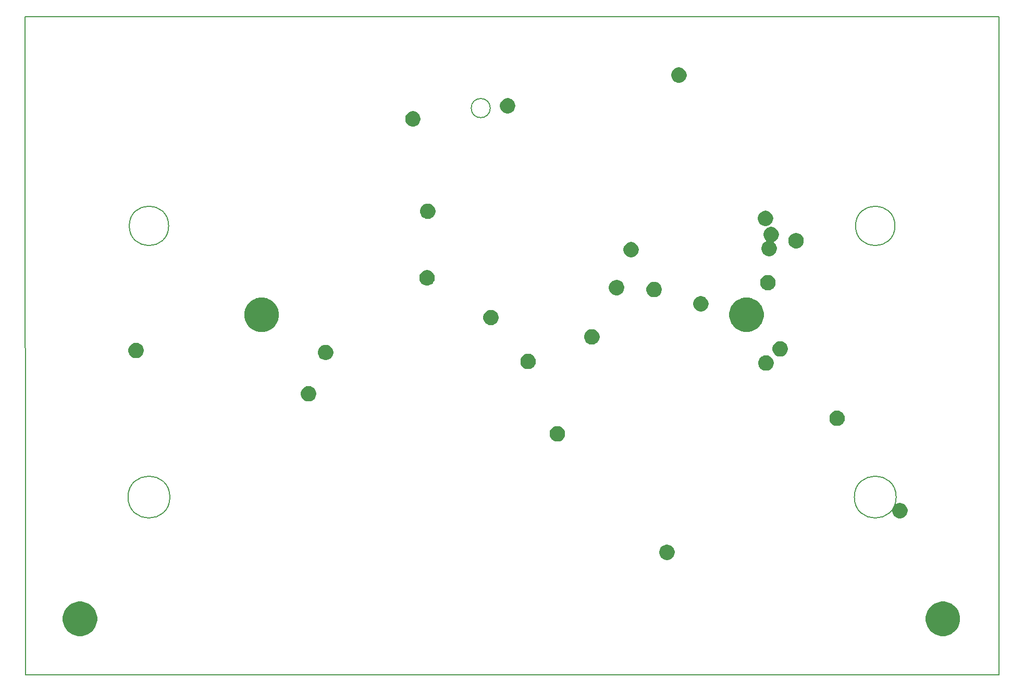
<source format=gts>
G04 #@! TF.GenerationSoftware,KiCad,Pcbnew,(5.1.5)-3*
G04 #@! TF.CreationDate,2020-04-28T11:43:09+02:00*
G04 #@! TF.ProjectId,carecasetesterpogo,63617265-6361-4736-9574-657374657270,rev?*
G04 #@! TF.SameCoordinates,Original*
G04 #@! TF.FileFunction,Soldermask,Top*
G04 #@! TF.FilePolarity,Negative*
%FSLAX46Y46*%
G04 Gerber Fmt 4.6, Leading zero omitted, Abs format (unit mm)*
G04 Created by KiCad (PCBNEW (5.1.5)-3) date 2020-04-28 11:43:09*
%MOMM*%
%LPD*%
G04 APERTURE LIST*
%ADD10C,0.200000*%
%ADD11C,0.150000*%
G04 APERTURE END LIST*
D10*
X235310000Y-63480000D02*
X235290000Y-170410000D01*
X77070000Y-63480000D02*
X235310000Y-63480000D01*
X77150000Y-170400000D02*
X77070000Y-63480000D01*
X77150000Y-170400000D02*
X235290000Y-170410000D01*
X152660000Y-78311679D02*
G75*
G03X152660000Y-78311679I-1550000J0D01*
G01*
X100610000Y-141520000D02*
G75*
G03X100610000Y-141520000I-3400000J0D01*
G01*
X218610000Y-141520000D02*
G75*
G03X218610000Y-141520000I-3400000J0D01*
G01*
X218410000Y-97450000D02*
G75*
G03X218410000Y-97450000I-3200000J0D01*
G01*
X100410000Y-97450000D02*
G75*
G03X100410000Y-97450000I-3200000J0D01*
G01*
D11*
G36*
X227017021Y-158606640D02*
G01*
X227526769Y-158817785D01*
X227526771Y-158817786D01*
X227985534Y-159124321D01*
X228375679Y-159514466D01*
X228682214Y-159973229D01*
X228682215Y-159973231D01*
X228893360Y-160482979D01*
X229001000Y-161024124D01*
X229001000Y-161575876D01*
X228893360Y-162117021D01*
X228682215Y-162626769D01*
X228682214Y-162626771D01*
X228375679Y-163085534D01*
X227985534Y-163475679D01*
X227526771Y-163782214D01*
X227526770Y-163782215D01*
X227526769Y-163782215D01*
X227017021Y-163993360D01*
X226475876Y-164101000D01*
X225924124Y-164101000D01*
X225382979Y-163993360D01*
X224873231Y-163782215D01*
X224873230Y-163782215D01*
X224873229Y-163782214D01*
X224414466Y-163475679D01*
X224024321Y-163085534D01*
X223717786Y-162626771D01*
X223717785Y-162626769D01*
X223506640Y-162117021D01*
X223399000Y-161575876D01*
X223399000Y-161024124D01*
X223506640Y-160482979D01*
X223717785Y-159973231D01*
X223717786Y-159973229D01*
X224024321Y-159514466D01*
X224414466Y-159124321D01*
X224873229Y-158817786D01*
X224873231Y-158817785D01*
X225382979Y-158606640D01*
X225924124Y-158499000D01*
X226475876Y-158499000D01*
X227017021Y-158606640D01*
G37*
G36*
X86817021Y-158606640D02*
G01*
X87326769Y-158817785D01*
X87326771Y-158817786D01*
X87785534Y-159124321D01*
X88175679Y-159514466D01*
X88482214Y-159973229D01*
X88482215Y-159973231D01*
X88693360Y-160482979D01*
X88801000Y-161024124D01*
X88801000Y-161575876D01*
X88693360Y-162117021D01*
X88482215Y-162626769D01*
X88482214Y-162626771D01*
X88175679Y-163085534D01*
X87785534Y-163475679D01*
X87326771Y-163782214D01*
X87326770Y-163782215D01*
X87326769Y-163782215D01*
X86817021Y-163993360D01*
X86275876Y-164101000D01*
X85724124Y-164101000D01*
X85182979Y-163993360D01*
X84673231Y-163782215D01*
X84673230Y-163782215D01*
X84673229Y-163782214D01*
X84214466Y-163475679D01*
X83824321Y-163085534D01*
X83517786Y-162626771D01*
X83517785Y-162626769D01*
X83306640Y-162117021D01*
X83199000Y-161575876D01*
X83199000Y-161024124D01*
X83306640Y-160482979D01*
X83517785Y-159973231D01*
X83517786Y-159973229D01*
X83824321Y-159514466D01*
X84214466Y-159124321D01*
X84673229Y-158817786D01*
X84673231Y-158817785D01*
X85182979Y-158606640D01*
X85724124Y-158499000D01*
X86275876Y-158499000D01*
X86817021Y-158606640D01*
G37*
G36*
X181734610Y-149288036D02*
G01*
X181962095Y-149382264D01*
X181962097Y-149382265D01*
X182166828Y-149519062D01*
X182340938Y-149693172D01*
X182477736Y-149897905D01*
X182571964Y-150125390D01*
X182620000Y-150366884D01*
X182620000Y-150613116D01*
X182571964Y-150854610D01*
X182477736Y-151082095D01*
X182477735Y-151082097D01*
X182340938Y-151286828D01*
X182166828Y-151460938D01*
X181962097Y-151597735D01*
X181962096Y-151597736D01*
X181962095Y-151597736D01*
X181734610Y-151691964D01*
X181493116Y-151740000D01*
X181246884Y-151740000D01*
X181005390Y-151691964D01*
X180777905Y-151597736D01*
X180777904Y-151597736D01*
X180777903Y-151597735D01*
X180573172Y-151460938D01*
X180399062Y-151286828D01*
X180262265Y-151082097D01*
X180262264Y-151082095D01*
X180168036Y-150854610D01*
X180120000Y-150613116D01*
X180120000Y-150366884D01*
X180168036Y-150125390D01*
X180262264Y-149897905D01*
X180399062Y-149693172D01*
X180573172Y-149519062D01*
X180777903Y-149382265D01*
X180777905Y-149382264D01*
X181005390Y-149288036D01*
X181246884Y-149240000D01*
X181493116Y-149240000D01*
X181734610Y-149288036D01*
G37*
G36*
X219574610Y-142518036D02*
G01*
X219802095Y-142612264D01*
X219802097Y-142612265D01*
X220006828Y-142749062D01*
X220180938Y-142923172D01*
X220317736Y-143127905D01*
X220411964Y-143355390D01*
X220460000Y-143596884D01*
X220460000Y-143843116D01*
X220411964Y-144084610D01*
X220317736Y-144312095D01*
X220317735Y-144312097D01*
X220180938Y-144516828D01*
X220006828Y-144690938D01*
X219802097Y-144827735D01*
X219802096Y-144827736D01*
X219802095Y-144827736D01*
X219574610Y-144921964D01*
X219333116Y-144970000D01*
X219086884Y-144970000D01*
X218845390Y-144921964D01*
X218617905Y-144827736D01*
X218617904Y-144827736D01*
X218617903Y-144827735D01*
X218413172Y-144690938D01*
X218239062Y-144516828D01*
X218102265Y-144312097D01*
X218102264Y-144312095D01*
X218008036Y-144084610D01*
X217960000Y-143843116D01*
X217960000Y-143596884D01*
X218008036Y-143355390D01*
X218102264Y-143127905D01*
X218239062Y-142923172D01*
X218413172Y-142749062D01*
X218617903Y-142612265D01*
X218617905Y-142612264D01*
X218845390Y-142518036D01*
X219086884Y-142470000D01*
X219333116Y-142470000D01*
X219574610Y-142518036D01*
G37*
G36*
X163924610Y-130028036D02*
G01*
X164152095Y-130122264D01*
X164152097Y-130122265D01*
X164356828Y-130259062D01*
X164530938Y-130433172D01*
X164667736Y-130637905D01*
X164761964Y-130865390D01*
X164810000Y-131106884D01*
X164810000Y-131353116D01*
X164761964Y-131594610D01*
X164667736Y-131822095D01*
X164667735Y-131822097D01*
X164530938Y-132026828D01*
X164356828Y-132200938D01*
X164152097Y-132337735D01*
X164152096Y-132337736D01*
X164152095Y-132337736D01*
X163924610Y-132431964D01*
X163683116Y-132480000D01*
X163436884Y-132480000D01*
X163195390Y-132431964D01*
X162967905Y-132337736D01*
X162967904Y-132337736D01*
X162967903Y-132337735D01*
X162763172Y-132200938D01*
X162589062Y-132026828D01*
X162452265Y-131822097D01*
X162452264Y-131822095D01*
X162358036Y-131594610D01*
X162310000Y-131353116D01*
X162310000Y-131106884D01*
X162358036Y-130865390D01*
X162452264Y-130637905D01*
X162589062Y-130433172D01*
X162763172Y-130259062D01*
X162967903Y-130122265D01*
X162967905Y-130122264D01*
X163195390Y-130028036D01*
X163436884Y-129980000D01*
X163683116Y-129980000D01*
X163924610Y-130028036D01*
G37*
G36*
X209374610Y-127508036D02*
G01*
X209602095Y-127602264D01*
X209602097Y-127602265D01*
X209806828Y-127739062D01*
X209980938Y-127913172D01*
X210117736Y-128117905D01*
X210211964Y-128345390D01*
X210260000Y-128586884D01*
X210260000Y-128833116D01*
X210211964Y-129074610D01*
X210117736Y-129302095D01*
X210117735Y-129302097D01*
X209980938Y-129506828D01*
X209806828Y-129680938D01*
X209602097Y-129817735D01*
X209602096Y-129817736D01*
X209602095Y-129817736D01*
X209374610Y-129911964D01*
X209133116Y-129960000D01*
X208886884Y-129960000D01*
X208645390Y-129911964D01*
X208417905Y-129817736D01*
X208417904Y-129817736D01*
X208417903Y-129817735D01*
X208213172Y-129680938D01*
X208039062Y-129506828D01*
X207902265Y-129302097D01*
X207902264Y-129302095D01*
X207808036Y-129074610D01*
X207760000Y-128833116D01*
X207760000Y-128586884D01*
X207808036Y-128345390D01*
X207902264Y-128117905D01*
X208039062Y-127913172D01*
X208213172Y-127739062D01*
X208417903Y-127602265D01*
X208417905Y-127602264D01*
X208645390Y-127508036D01*
X208886884Y-127460000D01*
X209133116Y-127460000D01*
X209374610Y-127508036D01*
G37*
G36*
X123504610Y-123528036D02*
G01*
X123732095Y-123622264D01*
X123732097Y-123622265D01*
X123936828Y-123759062D01*
X124110938Y-123933172D01*
X124247736Y-124137905D01*
X124341964Y-124365390D01*
X124390000Y-124606884D01*
X124390000Y-124853116D01*
X124341964Y-125094610D01*
X124247736Y-125322095D01*
X124247735Y-125322097D01*
X124110938Y-125526828D01*
X123936828Y-125700938D01*
X123732097Y-125837735D01*
X123732096Y-125837736D01*
X123732095Y-125837736D01*
X123504610Y-125931964D01*
X123263116Y-125980000D01*
X123016884Y-125980000D01*
X122775390Y-125931964D01*
X122547905Y-125837736D01*
X122547904Y-125837736D01*
X122547903Y-125837735D01*
X122343172Y-125700938D01*
X122169062Y-125526828D01*
X122032265Y-125322097D01*
X122032264Y-125322095D01*
X121938036Y-125094610D01*
X121890000Y-124853116D01*
X121890000Y-124606884D01*
X121938036Y-124365390D01*
X122032264Y-124137905D01*
X122169062Y-123933172D01*
X122343172Y-123759062D01*
X122547903Y-123622265D01*
X122547905Y-123622264D01*
X122775390Y-123528036D01*
X123016884Y-123480000D01*
X123263116Y-123480000D01*
X123504610Y-123528036D01*
G37*
G36*
X197814610Y-118528036D02*
G01*
X198042095Y-118622264D01*
X198042097Y-118622265D01*
X198128503Y-118680000D01*
X198246828Y-118759062D01*
X198420938Y-118933172D01*
X198557736Y-119137905D01*
X198651964Y-119365390D01*
X198700000Y-119606884D01*
X198700000Y-119853116D01*
X198651964Y-120094610D01*
X198580628Y-120266828D01*
X198557735Y-120322097D01*
X198420938Y-120526828D01*
X198246828Y-120700938D01*
X198042097Y-120837735D01*
X198042096Y-120837736D01*
X198042095Y-120837736D01*
X197814610Y-120931964D01*
X197573116Y-120980000D01*
X197326884Y-120980000D01*
X197085390Y-120931964D01*
X196857905Y-120837736D01*
X196857904Y-120837736D01*
X196857903Y-120837735D01*
X196653172Y-120700938D01*
X196479062Y-120526828D01*
X196342265Y-120322097D01*
X196319372Y-120266828D01*
X196248036Y-120094610D01*
X196200000Y-119853116D01*
X196200000Y-119606884D01*
X196248036Y-119365390D01*
X196342264Y-119137905D01*
X196479062Y-118933172D01*
X196653172Y-118759062D01*
X196771497Y-118680000D01*
X196857903Y-118622265D01*
X196857905Y-118622264D01*
X197085390Y-118528036D01*
X197326884Y-118480000D01*
X197573116Y-118480000D01*
X197814610Y-118528036D01*
G37*
G36*
X159174610Y-118268036D02*
G01*
X159402095Y-118362264D01*
X159402097Y-118362265D01*
X159420574Y-118374611D01*
X159606828Y-118499062D01*
X159780938Y-118673172D01*
X159917736Y-118877905D01*
X160011964Y-119105390D01*
X160060000Y-119346884D01*
X160060000Y-119593116D01*
X160011964Y-119834610D01*
X159917736Y-120062095D01*
X159917735Y-120062097D01*
X159780938Y-120266828D01*
X159606828Y-120440938D01*
X159402097Y-120577735D01*
X159402096Y-120577736D01*
X159402095Y-120577736D01*
X159174610Y-120671964D01*
X158933116Y-120720000D01*
X158686884Y-120720000D01*
X158445390Y-120671964D01*
X158217905Y-120577736D01*
X158217904Y-120577736D01*
X158217903Y-120577735D01*
X158013172Y-120440938D01*
X157839062Y-120266828D01*
X157702265Y-120062097D01*
X157702264Y-120062095D01*
X157608036Y-119834610D01*
X157560000Y-119593116D01*
X157560000Y-119346884D01*
X157608036Y-119105390D01*
X157702264Y-118877905D01*
X157839062Y-118673172D01*
X158013172Y-118499062D01*
X158199426Y-118374611D01*
X158217903Y-118362265D01*
X158217905Y-118362264D01*
X158445390Y-118268036D01*
X158686884Y-118220000D01*
X158933116Y-118220000D01*
X159174610Y-118268036D01*
G37*
G36*
X126274610Y-116808036D02*
G01*
X126502095Y-116902264D01*
X126502097Y-116902265D01*
X126706828Y-117039062D01*
X126880938Y-117213172D01*
X126962602Y-117335390D01*
X127017736Y-117417905D01*
X127111964Y-117645390D01*
X127160000Y-117886884D01*
X127160000Y-118133116D01*
X127111964Y-118374610D01*
X127017736Y-118602095D01*
X127017735Y-118602097D01*
X126880938Y-118806828D01*
X126706828Y-118980938D01*
X126502097Y-119117735D01*
X126502096Y-119117736D01*
X126502095Y-119117736D01*
X126274610Y-119211964D01*
X126033116Y-119260000D01*
X125786884Y-119260000D01*
X125545390Y-119211964D01*
X125317905Y-119117736D01*
X125317904Y-119117736D01*
X125317903Y-119117735D01*
X125113172Y-118980938D01*
X124939062Y-118806828D01*
X124802265Y-118602097D01*
X124802264Y-118602095D01*
X124708036Y-118374610D01*
X124660000Y-118133116D01*
X124660000Y-117886884D01*
X124708036Y-117645390D01*
X124802264Y-117417905D01*
X124857399Y-117335390D01*
X124939062Y-117213172D01*
X125113172Y-117039062D01*
X125317903Y-116902265D01*
X125317905Y-116902264D01*
X125545390Y-116808036D01*
X125786884Y-116760000D01*
X126033116Y-116760000D01*
X126274610Y-116808036D01*
G37*
G36*
X95474610Y-116498036D02*
G01*
X95702095Y-116592264D01*
X95702097Y-116592265D01*
X95906828Y-116729062D01*
X96080938Y-116903172D01*
X96189329Y-117065390D01*
X96217736Y-117107905D01*
X96311964Y-117335390D01*
X96360000Y-117576884D01*
X96360000Y-117823116D01*
X96311964Y-118064610D01*
X96227701Y-118268037D01*
X96217735Y-118292097D01*
X96080938Y-118496828D01*
X95906828Y-118670938D01*
X95702097Y-118807735D01*
X95702096Y-118807736D01*
X95702095Y-118807736D01*
X95474610Y-118901964D01*
X95233116Y-118950000D01*
X94986884Y-118950000D01*
X94745390Y-118901964D01*
X94517905Y-118807736D01*
X94517904Y-118807736D01*
X94517903Y-118807735D01*
X94313172Y-118670938D01*
X94139062Y-118496828D01*
X94002265Y-118292097D01*
X93992299Y-118268037D01*
X93908036Y-118064610D01*
X93860000Y-117823116D01*
X93860000Y-117576884D01*
X93908036Y-117335390D01*
X94002264Y-117107905D01*
X94030672Y-117065390D01*
X94139062Y-116903172D01*
X94313172Y-116729062D01*
X94517903Y-116592265D01*
X94517905Y-116592264D01*
X94745390Y-116498036D01*
X94986884Y-116450000D01*
X95233116Y-116450000D01*
X95474610Y-116498036D01*
G37*
G36*
X200124610Y-116228036D02*
G01*
X200352095Y-116322264D01*
X200352097Y-116322265D01*
X200543266Y-116450000D01*
X200556828Y-116459062D01*
X200730938Y-116633172D01*
X200867736Y-116837905D01*
X200961964Y-117065390D01*
X201010000Y-117306884D01*
X201010000Y-117553116D01*
X200961964Y-117794610D01*
X200867736Y-118022095D01*
X200867735Y-118022097D01*
X200730938Y-118226828D01*
X200556828Y-118400938D01*
X200352097Y-118537735D01*
X200352096Y-118537736D01*
X200352095Y-118537736D01*
X200124610Y-118631964D01*
X199883116Y-118680000D01*
X199636884Y-118680000D01*
X199395390Y-118631964D01*
X199167905Y-118537736D01*
X199167904Y-118537736D01*
X199167903Y-118537735D01*
X198963172Y-118400938D01*
X198789062Y-118226828D01*
X198652265Y-118022097D01*
X198652264Y-118022095D01*
X198558036Y-117794610D01*
X198510000Y-117553116D01*
X198510000Y-117306884D01*
X198558036Y-117065390D01*
X198652264Y-116837905D01*
X198789062Y-116633172D01*
X198963172Y-116459062D01*
X198976734Y-116450000D01*
X199167903Y-116322265D01*
X199167905Y-116322264D01*
X199395390Y-116228036D01*
X199636884Y-116180000D01*
X199883116Y-116180000D01*
X200124610Y-116228036D01*
G37*
G36*
X169534610Y-114278036D02*
G01*
X169762095Y-114372264D01*
X169762097Y-114372265D01*
X169776988Y-114382215D01*
X169966828Y-114509062D01*
X170140938Y-114683172D01*
X170277736Y-114887905D01*
X170371964Y-115115390D01*
X170420000Y-115356884D01*
X170420000Y-115603116D01*
X170371964Y-115844610D01*
X170277736Y-116072095D01*
X170277735Y-116072097D01*
X170140938Y-116276828D01*
X169966828Y-116450938D01*
X169762097Y-116587735D01*
X169762096Y-116587736D01*
X169762095Y-116587736D01*
X169534610Y-116681964D01*
X169293116Y-116730000D01*
X169046884Y-116730000D01*
X168805390Y-116681964D01*
X168577905Y-116587736D01*
X168577904Y-116587736D01*
X168577903Y-116587735D01*
X168373172Y-116450938D01*
X168199062Y-116276828D01*
X168062265Y-116072097D01*
X168062264Y-116072095D01*
X167968036Y-115844610D01*
X167920000Y-115603116D01*
X167920000Y-115356884D01*
X167968036Y-115115390D01*
X168062264Y-114887905D01*
X168199062Y-114683172D01*
X168373172Y-114509062D01*
X168563012Y-114382215D01*
X168577903Y-114372265D01*
X168577905Y-114372264D01*
X168805390Y-114278036D01*
X169046884Y-114230000D01*
X169293116Y-114230000D01*
X169534610Y-114278036D01*
G37*
G36*
X116317021Y-109206640D02*
G01*
X116574211Y-109313172D01*
X116826771Y-109417786D01*
X117285534Y-109724321D01*
X117675679Y-110114466D01*
X117982214Y-110573229D01*
X117982215Y-110573231D01*
X118193360Y-111082979D01*
X118301000Y-111624124D01*
X118301000Y-112175876D01*
X118193360Y-112717021D01*
X118104273Y-112932095D01*
X117982214Y-113226771D01*
X117675679Y-113685534D01*
X117285534Y-114075679D01*
X116826771Y-114382214D01*
X116826770Y-114382215D01*
X116826769Y-114382215D01*
X116317021Y-114593360D01*
X115775876Y-114701000D01*
X115224124Y-114701000D01*
X114682979Y-114593360D01*
X114173231Y-114382215D01*
X114173230Y-114382215D01*
X114173229Y-114382214D01*
X113714466Y-114075679D01*
X113324321Y-113685534D01*
X113017786Y-113226771D01*
X112895727Y-112932095D01*
X112806640Y-112717021D01*
X112699000Y-112175876D01*
X112699000Y-111624124D01*
X112806640Y-111082979D01*
X113017785Y-110573231D01*
X113017786Y-110573229D01*
X113324321Y-110114466D01*
X113714466Y-109724321D01*
X114173229Y-109417786D01*
X114425789Y-109313172D01*
X114682979Y-109206640D01*
X115224124Y-109099000D01*
X115775876Y-109099000D01*
X116317021Y-109206640D01*
G37*
G36*
X195117021Y-109206640D02*
G01*
X195374211Y-109313172D01*
X195626771Y-109417786D01*
X196085534Y-109724321D01*
X196475679Y-110114466D01*
X196782214Y-110573229D01*
X196782215Y-110573231D01*
X196993360Y-111082979D01*
X197101000Y-111624124D01*
X197101000Y-112175876D01*
X196993360Y-112717021D01*
X196904273Y-112932095D01*
X196782214Y-113226771D01*
X196475679Y-113685534D01*
X196085534Y-114075679D01*
X195626771Y-114382214D01*
X195626770Y-114382215D01*
X195626769Y-114382215D01*
X195117021Y-114593360D01*
X194575876Y-114701000D01*
X194024124Y-114701000D01*
X193482979Y-114593360D01*
X192973231Y-114382215D01*
X192973230Y-114382215D01*
X192973229Y-114382214D01*
X192514466Y-114075679D01*
X192124321Y-113685534D01*
X191817786Y-113226771D01*
X191695727Y-112932095D01*
X191606640Y-112717021D01*
X191499000Y-112175876D01*
X191499000Y-111624124D01*
X191606640Y-111082979D01*
X191817785Y-110573231D01*
X191817786Y-110573229D01*
X192124321Y-110114466D01*
X192514466Y-109724321D01*
X192973229Y-109417786D01*
X193225789Y-109313172D01*
X193482979Y-109206640D01*
X194024124Y-109099000D01*
X194575876Y-109099000D01*
X195117021Y-109206640D01*
G37*
G36*
X153134610Y-111138036D02*
G01*
X153362095Y-111232264D01*
X153362097Y-111232265D01*
X153481373Y-111311963D01*
X153566828Y-111369062D01*
X153740938Y-111543172D01*
X153877736Y-111747905D01*
X153971964Y-111975390D01*
X154020000Y-112216884D01*
X154020000Y-112463116D01*
X153971964Y-112704610D01*
X153877736Y-112932095D01*
X153877735Y-112932097D01*
X153740938Y-113136828D01*
X153566828Y-113310938D01*
X153362097Y-113447735D01*
X153362096Y-113447736D01*
X153362095Y-113447736D01*
X153134610Y-113541964D01*
X152893116Y-113590000D01*
X152646884Y-113590000D01*
X152405390Y-113541964D01*
X152177905Y-113447736D01*
X152177904Y-113447736D01*
X152177903Y-113447735D01*
X151973172Y-113310938D01*
X151799062Y-113136828D01*
X151662265Y-112932097D01*
X151662264Y-112932095D01*
X151568036Y-112704610D01*
X151520000Y-112463116D01*
X151520000Y-112216884D01*
X151568036Y-111975390D01*
X151662264Y-111747905D01*
X151799062Y-111543172D01*
X151973172Y-111369062D01*
X152058627Y-111311963D01*
X152177903Y-111232265D01*
X152177905Y-111232264D01*
X152405390Y-111138036D01*
X152646884Y-111090000D01*
X152893116Y-111090000D01*
X153134610Y-111138036D01*
G37*
G36*
X187244610Y-108908036D02*
G01*
X187472095Y-109002264D01*
X187472097Y-109002265D01*
X187528571Y-109040000D01*
X187676828Y-109139062D01*
X187850938Y-109313172D01*
X187987736Y-109517905D01*
X188081964Y-109745390D01*
X188130000Y-109986884D01*
X188130000Y-110233116D01*
X188081964Y-110474610D01*
X187987736Y-110702095D01*
X187987735Y-110702097D01*
X187850938Y-110906828D01*
X187676828Y-111080938D01*
X187472097Y-111217735D01*
X187472096Y-111217736D01*
X187472095Y-111217736D01*
X187244610Y-111311964D01*
X187003116Y-111360000D01*
X186756884Y-111360000D01*
X186515390Y-111311964D01*
X186287905Y-111217736D01*
X186287904Y-111217736D01*
X186287903Y-111217735D01*
X186083172Y-111080938D01*
X185909062Y-110906828D01*
X185772265Y-110702097D01*
X185772264Y-110702095D01*
X185678036Y-110474610D01*
X185630000Y-110233116D01*
X185630000Y-109986884D01*
X185678036Y-109745390D01*
X185772264Y-109517905D01*
X185909062Y-109313172D01*
X186083172Y-109139062D01*
X186231429Y-109040000D01*
X186287903Y-109002265D01*
X186287905Y-109002264D01*
X186515390Y-108908036D01*
X186756884Y-108860000D01*
X187003116Y-108860000D01*
X187244610Y-108908036D01*
G37*
G36*
X179644610Y-106588036D02*
G01*
X179872095Y-106682264D01*
X179872097Y-106682265D01*
X180076828Y-106819062D01*
X180250938Y-106993172D01*
X180332602Y-107115390D01*
X180387736Y-107197905D01*
X180481964Y-107425390D01*
X180530000Y-107666884D01*
X180530000Y-107913116D01*
X180481964Y-108154610D01*
X180431339Y-108276828D01*
X180387735Y-108382097D01*
X180250938Y-108586828D01*
X180076828Y-108760938D01*
X179872097Y-108897735D01*
X179872096Y-108897736D01*
X179872095Y-108897736D01*
X179644610Y-108991964D01*
X179403116Y-109040000D01*
X179156884Y-109040000D01*
X178915390Y-108991964D01*
X178687905Y-108897736D01*
X178687904Y-108897736D01*
X178687903Y-108897735D01*
X178483172Y-108760938D01*
X178309062Y-108586828D01*
X178172265Y-108382097D01*
X178128661Y-108276828D01*
X178078036Y-108154610D01*
X178030000Y-107913116D01*
X178030000Y-107666884D01*
X178078036Y-107425390D01*
X178172264Y-107197905D01*
X178227399Y-107115390D01*
X178309062Y-106993172D01*
X178483172Y-106819062D01*
X178687903Y-106682265D01*
X178687905Y-106682264D01*
X178915390Y-106588036D01*
X179156884Y-106540000D01*
X179403116Y-106540000D01*
X179644610Y-106588036D01*
G37*
G36*
X173554610Y-106278036D02*
G01*
X173782095Y-106372264D01*
X173782097Y-106372265D01*
X173961435Y-106492095D01*
X173986828Y-106509062D01*
X174160938Y-106683172D01*
X174297736Y-106887905D01*
X174391964Y-107115390D01*
X174440000Y-107356884D01*
X174440000Y-107603116D01*
X174391964Y-107844610D01*
X174360736Y-107920000D01*
X174297735Y-108072097D01*
X174160938Y-108276828D01*
X173986828Y-108450938D01*
X173782097Y-108587735D01*
X173782096Y-108587736D01*
X173782095Y-108587736D01*
X173554610Y-108681964D01*
X173313116Y-108730000D01*
X173066884Y-108730000D01*
X172825390Y-108681964D01*
X172597905Y-108587736D01*
X172597904Y-108587736D01*
X172597903Y-108587735D01*
X172393172Y-108450938D01*
X172219062Y-108276828D01*
X172082265Y-108072097D01*
X172019264Y-107920000D01*
X171988036Y-107844610D01*
X171940000Y-107603116D01*
X171940000Y-107356884D01*
X171988036Y-107115390D01*
X172082264Y-106887905D01*
X172219062Y-106683172D01*
X172393172Y-106509062D01*
X172418565Y-106492095D01*
X172597903Y-106372265D01*
X172597905Y-106372264D01*
X172825390Y-106278036D01*
X173066884Y-106230000D01*
X173313116Y-106230000D01*
X173554610Y-106278036D01*
G37*
G36*
X198134610Y-105468036D02*
G01*
X198362095Y-105562264D01*
X198362097Y-105562265D01*
X198566828Y-105699062D01*
X198740938Y-105873172D01*
X198877736Y-106077905D01*
X198971964Y-106305390D01*
X199020000Y-106546884D01*
X199020000Y-106793116D01*
X198971964Y-107034610D01*
X198877736Y-107262095D01*
X198877735Y-107262097D01*
X198740938Y-107466828D01*
X198566828Y-107640938D01*
X198362097Y-107777735D01*
X198362096Y-107777736D01*
X198362095Y-107777736D01*
X198134610Y-107871964D01*
X197893116Y-107920000D01*
X197646884Y-107920000D01*
X197405390Y-107871964D01*
X197177905Y-107777736D01*
X197177904Y-107777736D01*
X197177903Y-107777735D01*
X196973172Y-107640938D01*
X196799062Y-107466828D01*
X196662265Y-107262097D01*
X196662264Y-107262095D01*
X196568036Y-107034610D01*
X196520000Y-106793116D01*
X196520000Y-106546884D01*
X196568036Y-106305390D01*
X196662264Y-106077905D01*
X196799062Y-105873172D01*
X196973172Y-105699062D01*
X197177903Y-105562265D01*
X197177905Y-105562264D01*
X197405390Y-105468036D01*
X197646884Y-105420000D01*
X197893116Y-105420000D01*
X198134610Y-105468036D01*
G37*
G36*
X142744610Y-104698036D02*
G01*
X142972095Y-104792264D01*
X142972097Y-104792265D01*
X143176828Y-104929062D01*
X143350938Y-105103172D01*
X143487736Y-105307905D01*
X143581964Y-105535390D01*
X143630000Y-105776884D01*
X143630000Y-106023116D01*
X143581964Y-106264610D01*
X143487736Y-106492095D01*
X143487735Y-106492097D01*
X143350938Y-106696828D01*
X143176828Y-106870938D01*
X142972097Y-107007735D01*
X142972096Y-107007736D01*
X142972095Y-107007736D01*
X142744610Y-107101964D01*
X142503116Y-107150000D01*
X142256884Y-107150000D01*
X142015390Y-107101964D01*
X141787905Y-107007736D01*
X141787904Y-107007736D01*
X141787903Y-107007735D01*
X141583172Y-106870938D01*
X141409062Y-106696828D01*
X141272265Y-106492097D01*
X141272264Y-106492095D01*
X141178036Y-106264610D01*
X141130000Y-106023116D01*
X141130000Y-105776884D01*
X141178036Y-105535390D01*
X141272264Y-105307905D01*
X141409062Y-105103172D01*
X141583172Y-104929062D01*
X141787903Y-104792265D01*
X141787905Y-104792264D01*
X142015390Y-104698036D01*
X142256884Y-104650000D01*
X142503116Y-104650000D01*
X142744610Y-104698036D01*
G37*
G36*
X175904610Y-100108036D02*
G01*
X176099117Y-100188604D01*
X176132097Y-100202265D01*
X176150574Y-100214611D01*
X176336828Y-100339062D01*
X176510938Y-100513172D01*
X176647736Y-100717905D01*
X176741964Y-100945390D01*
X176790000Y-101186884D01*
X176790000Y-101433116D01*
X176741964Y-101674610D01*
X176722294Y-101722097D01*
X176647735Y-101902097D01*
X176510938Y-102106828D01*
X176336828Y-102280938D01*
X176132097Y-102417735D01*
X176132096Y-102417736D01*
X176132095Y-102417736D01*
X175904610Y-102511964D01*
X175663116Y-102560000D01*
X175416884Y-102560000D01*
X175175390Y-102511964D01*
X174947905Y-102417736D01*
X174947904Y-102417736D01*
X174947903Y-102417735D01*
X174743172Y-102280938D01*
X174569062Y-102106828D01*
X174432265Y-101902097D01*
X174357706Y-101722097D01*
X174338036Y-101674610D01*
X174290000Y-101433116D01*
X174290000Y-101186884D01*
X174338036Y-100945390D01*
X174432264Y-100717905D01*
X174569062Y-100513172D01*
X174743172Y-100339062D01*
X174929426Y-100214611D01*
X174947903Y-100202265D01*
X174980883Y-100188604D01*
X175175390Y-100108036D01*
X175416884Y-100060000D01*
X175663116Y-100060000D01*
X175904610Y-100108036D01*
G37*
G36*
X198664610Y-97648036D02*
G01*
X198892095Y-97742264D01*
X198892097Y-97742265D01*
X199096828Y-97879062D01*
X199270938Y-98053172D01*
X199407736Y-98257905D01*
X199501964Y-98485390D01*
X199550000Y-98726884D01*
X199550000Y-98973116D01*
X199501964Y-99214610D01*
X199407736Y-99442095D01*
X199407735Y-99442097D01*
X199270938Y-99646828D01*
X199096828Y-99820938D01*
X198892097Y-99957735D01*
X198826922Y-99984732D01*
X198805311Y-99996284D01*
X198786370Y-100011829D01*
X198770825Y-100030771D01*
X198759274Y-100052382D01*
X198752161Y-100075831D01*
X198749759Y-100100217D01*
X198752161Y-100124603D01*
X198759274Y-100148052D01*
X198770826Y-100169663D01*
X198786370Y-100188604D01*
X198930938Y-100333172D01*
X199067736Y-100537905D01*
X199161964Y-100765390D01*
X199210000Y-101006884D01*
X199210000Y-101253116D01*
X199161964Y-101494610D01*
X199067736Y-101722095D01*
X199067735Y-101722097D01*
X198930938Y-101926828D01*
X198756828Y-102100938D01*
X198552097Y-102237735D01*
X198552096Y-102237736D01*
X198552095Y-102237736D01*
X198324610Y-102331964D01*
X198083116Y-102380000D01*
X197836884Y-102380000D01*
X197595390Y-102331964D01*
X197367905Y-102237736D01*
X197367904Y-102237736D01*
X197367903Y-102237735D01*
X197163172Y-102100938D01*
X196989062Y-101926828D01*
X196852265Y-101722097D01*
X196852264Y-101722095D01*
X196758036Y-101494610D01*
X196710000Y-101253116D01*
X196710000Y-101006884D01*
X196758036Y-100765390D01*
X196852264Y-100537905D01*
X196989062Y-100333172D01*
X197163172Y-100159062D01*
X197367903Y-100022265D01*
X197433078Y-99995268D01*
X197454689Y-99983716D01*
X197473630Y-99968171D01*
X197489175Y-99949229D01*
X197500726Y-99927618D01*
X197507839Y-99904169D01*
X197510241Y-99879783D01*
X197507839Y-99855397D01*
X197500726Y-99831948D01*
X197489174Y-99810337D01*
X197473630Y-99791396D01*
X197329062Y-99646828D01*
X197192265Y-99442097D01*
X197192264Y-99442095D01*
X197098036Y-99214610D01*
X197050000Y-98973116D01*
X197050000Y-98726884D01*
X197098036Y-98485390D01*
X197192264Y-98257905D01*
X197329062Y-98053172D01*
X197503172Y-97879062D01*
X197707903Y-97742265D01*
X197707905Y-97742264D01*
X197935390Y-97648036D01*
X198176884Y-97600000D01*
X198423116Y-97600000D01*
X198664610Y-97648036D01*
G37*
G36*
X202704610Y-98648036D02*
G01*
X202894969Y-98726886D01*
X202932097Y-98742265D01*
X203136828Y-98879062D01*
X203310938Y-99053172D01*
X203418808Y-99214610D01*
X203447736Y-99257905D01*
X203541964Y-99485390D01*
X203590000Y-99726884D01*
X203590000Y-99973116D01*
X203541964Y-100214610D01*
X203490414Y-100339062D01*
X203447735Y-100442097D01*
X203310938Y-100646828D01*
X203136828Y-100820938D01*
X202932097Y-100957735D01*
X202932096Y-100957736D01*
X202932095Y-100957736D01*
X202704610Y-101051964D01*
X202463116Y-101100000D01*
X202216884Y-101100000D01*
X201975390Y-101051964D01*
X201747905Y-100957736D01*
X201747904Y-100957736D01*
X201747903Y-100957735D01*
X201543172Y-100820938D01*
X201369062Y-100646828D01*
X201232265Y-100442097D01*
X201189586Y-100339062D01*
X201138036Y-100214610D01*
X201090000Y-99973116D01*
X201090000Y-99726884D01*
X201138036Y-99485390D01*
X201232264Y-99257905D01*
X201261193Y-99214610D01*
X201369062Y-99053172D01*
X201543172Y-98879062D01*
X201747903Y-98742265D01*
X201785031Y-98726886D01*
X201975390Y-98648036D01*
X202216884Y-98600000D01*
X202463116Y-98600000D01*
X202704610Y-98648036D01*
G37*
G36*
X197744610Y-95028036D02*
G01*
X197972095Y-95122264D01*
X197972097Y-95122265D01*
X198078130Y-95193114D01*
X198176828Y-95259062D01*
X198350938Y-95433172D01*
X198487736Y-95637905D01*
X198581964Y-95865390D01*
X198630000Y-96106884D01*
X198630000Y-96353116D01*
X198581964Y-96594610D01*
X198487736Y-96822095D01*
X198487735Y-96822097D01*
X198350938Y-97026828D01*
X198176828Y-97200938D01*
X197972097Y-97337735D01*
X197972096Y-97337736D01*
X197972095Y-97337736D01*
X197744610Y-97431964D01*
X197503116Y-97480000D01*
X197256884Y-97480000D01*
X197015390Y-97431964D01*
X196787905Y-97337736D01*
X196787904Y-97337736D01*
X196787903Y-97337735D01*
X196583172Y-97200938D01*
X196409062Y-97026828D01*
X196272265Y-96822097D01*
X196272264Y-96822095D01*
X196178036Y-96594610D01*
X196130000Y-96353116D01*
X196130000Y-96106884D01*
X196178036Y-95865390D01*
X196272264Y-95637905D01*
X196409062Y-95433172D01*
X196583172Y-95259062D01*
X196681870Y-95193114D01*
X196787903Y-95122265D01*
X196787905Y-95122264D01*
X197015390Y-95028036D01*
X197256884Y-94980000D01*
X197503116Y-94980000D01*
X197744610Y-95028036D01*
G37*
G36*
X142874610Y-93868036D02*
G01*
X143102095Y-93962264D01*
X143102097Y-93962265D01*
X143306828Y-94099062D01*
X143480938Y-94273172D01*
X143617736Y-94477905D01*
X143711964Y-94705390D01*
X143760000Y-94946884D01*
X143760000Y-95193116D01*
X143711964Y-95434610D01*
X143627757Y-95637903D01*
X143617735Y-95662097D01*
X143480938Y-95866828D01*
X143306828Y-96040938D01*
X143102097Y-96177735D01*
X143102096Y-96177736D01*
X143102095Y-96177736D01*
X142874610Y-96271964D01*
X142633116Y-96320000D01*
X142386884Y-96320000D01*
X142145390Y-96271964D01*
X141917905Y-96177736D01*
X141917904Y-96177736D01*
X141917903Y-96177735D01*
X141713172Y-96040938D01*
X141539062Y-95866828D01*
X141402265Y-95662097D01*
X141392243Y-95637903D01*
X141308036Y-95434610D01*
X141260000Y-95193116D01*
X141260000Y-94946884D01*
X141308036Y-94705390D01*
X141402264Y-94477905D01*
X141539062Y-94273172D01*
X141713172Y-94099062D01*
X141917903Y-93962265D01*
X141917905Y-93962264D01*
X142145390Y-93868036D01*
X142386884Y-93820000D01*
X142633116Y-93820000D01*
X142874610Y-93868036D01*
G37*
G36*
X140454610Y-78858036D02*
G01*
X140682095Y-78952264D01*
X140682097Y-78952265D01*
X140824978Y-79047735D01*
X140886828Y-79089062D01*
X141060938Y-79263172D01*
X141197736Y-79467905D01*
X141291964Y-79695390D01*
X141340000Y-79936884D01*
X141340000Y-80183116D01*
X141291964Y-80424610D01*
X141197736Y-80652095D01*
X141197735Y-80652097D01*
X141060938Y-80856828D01*
X140886828Y-81030938D01*
X140682097Y-81167735D01*
X140682096Y-81167736D01*
X140682095Y-81167736D01*
X140454610Y-81261964D01*
X140213116Y-81310000D01*
X139966884Y-81310000D01*
X139725390Y-81261964D01*
X139497905Y-81167736D01*
X139497904Y-81167736D01*
X139497903Y-81167735D01*
X139293172Y-81030938D01*
X139119062Y-80856828D01*
X138982265Y-80652097D01*
X138982264Y-80652095D01*
X138888036Y-80424610D01*
X138840000Y-80183116D01*
X138840000Y-79936884D01*
X138888036Y-79695390D01*
X138982264Y-79467905D01*
X139119062Y-79263172D01*
X139293172Y-79089062D01*
X139355022Y-79047735D01*
X139497903Y-78952265D01*
X139497905Y-78952264D01*
X139725390Y-78858036D01*
X139966884Y-78810000D01*
X140213116Y-78810000D01*
X140454610Y-78858036D01*
G37*
G36*
X155854610Y-76738036D02*
G01*
X156082095Y-76832264D01*
X156082097Y-76832265D01*
X156286828Y-76969062D01*
X156460938Y-77143172D01*
X156597736Y-77347905D01*
X156691964Y-77575390D01*
X156740000Y-77816884D01*
X156740000Y-78063116D01*
X156691964Y-78304610D01*
X156597736Y-78532095D01*
X156597735Y-78532097D01*
X156460938Y-78736828D01*
X156286828Y-78910938D01*
X156082097Y-79047735D01*
X156082096Y-79047736D01*
X156082095Y-79047736D01*
X155854610Y-79141964D01*
X155613116Y-79190000D01*
X155366884Y-79190000D01*
X155125390Y-79141964D01*
X154897905Y-79047736D01*
X154897904Y-79047736D01*
X154897903Y-79047735D01*
X154693172Y-78910938D01*
X154519062Y-78736828D01*
X154382265Y-78532097D01*
X154382264Y-78532095D01*
X154288036Y-78304610D01*
X154240000Y-78063116D01*
X154240000Y-77816884D01*
X154288036Y-77575390D01*
X154382264Y-77347905D01*
X154519062Y-77143172D01*
X154693172Y-76969062D01*
X154897903Y-76832265D01*
X154897905Y-76832264D01*
X155125390Y-76738036D01*
X155366884Y-76690000D01*
X155613116Y-76690000D01*
X155854610Y-76738036D01*
G37*
G36*
X183674610Y-71748036D02*
G01*
X183902095Y-71842264D01*
X183902097Y-71842265D01*
X184106828Y-71979062D01*
X184280938Y-72153172D01*
X184417736Y-72357905D01*
X184511964Y-72585390D01*
X184560000Y-72826884D01*
X184560000Y-73073116D01*
X184511964Y-73314610D01*
X184417736Y-73542095D01*
X184417735Y-73542097D01*
X184280938Y-73746828D01*
X184106828Y-73920938D01*
X183902097Y-74057735D01*
X183902096Y-74057736D01*
X183902095Y-74057736D01*
X183674610Y-74151964D01*
X183433116Y-74200000D01*
X183186884Y-74200000D01*
X182945390Y-74151964D01*
X182717905Y-74057736D01*
X182717904Y-74057736D01*
X182717903Y-74057735D01*
X182513172Y-73920938D01*
X182339062Y-73746828D01*
X182202265Y-73542097D01*
X182202264Y-73542095D01*
X182108036Y-73314610D01*
X182060000Y-73073116D01*
X182060000Y-72826884D01*
X182108036Y-72585390D01*
X182202264Y-72357905D01*
X182339062Y-72153172D01*
X182513172Y-71979062D01*
X182717903Y-71842265D01*
X182717905Y-71842264D01*
X182945390Y-71748036D01*
X183186884Y-71700000D01*
X183433116Y-71700000D01*
X183674610Y-71748036D01*
G37*
M02*

</source>
